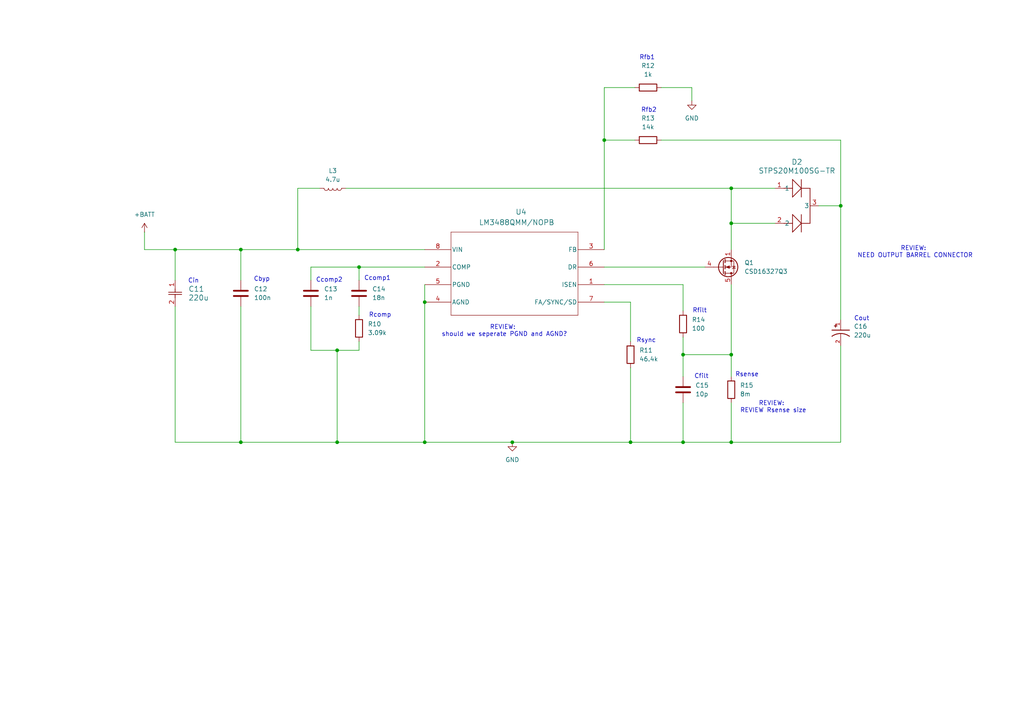
<source format=kicad_sch>
(kicad_sch (version 20231120) (generator "eeschema") (generator_version "8.0")
  (paper "A4")
  (lib_symbols
    (symbol "35SVPF82M:35SVPF82M" (pin_names (offset 1.016))
      (property "Reference" "C" (at -2.54 3.81 0))
      (property "Value" "35SVPF82M" (at -2.54 -5.08 0))
      (symbol "35SVPF82M_0_0"
        (rectangle (start -1.173 -1.532) (end -0.284 -1.405) (stroke (width 0.1)) (fill (type outline)))
        (rectangle (start -0.792 -1.913) (end -0.665 -1.024) (stroke (width 0.1)) (fill (type outline)))
        (polyline (pts (xy 0 0) (xy 0.508 0)) (stroke (width 0.1524)))
        (polyline (pts (xy 0.508 0) (xy 0.508 -2.54)) (stroke (width 0.254)))
        (polyline (pts (xy 0.508 2.54) (xy 0.508 0)) (stroke (width 0.254)))
        (polyline (pts (xy 2.54 0) (xy 1.524 0)) (stroke (width 0.1524)))
        (arc (start 2.286 2.54) (mid 1.4851 0) (end 2.286 -2.54) (stroke (width 0.254)))
        (pin passive line (at -2.54 0 0) (length 2.54) (name "~") (number "1"))
        (pin passive line (at 5.08 0 180) (length 2.54) (name "~") (number "2"))
      )
    )
    (symbol "Device:C" (pin_numbers hide) (pin_names (offset 0.254))
      (property "Reference" "C" (at 0.635 2.54 0))
      (property "Value" "C" (at 0.635 -2.54 0))
      (symbol "C_0_1"
        (polyline (pts (xy -2.032 -0.762) (xy 2.032 -0.762)) (stroke (width 0.508)))
        (polyline (pts (xy -2.032 0.762) (xy 2.032 0.762)) (stroke (width 0.508)))
      )
      (symbol "C_1_1"
        (pin passive line (at 0 3.81 270) (length 2.794) (name "~") (number "1"))
        (pin passive line (at 0 -3.81 90) (length 2.794) (name "~") (number "2"))
      )
    )
    (symbol "Device:L" (pin_numbers hide) (pin_names (offset 1.016) hide)
      (property "Reference" "L" (at -1.27 0 90))
      (property "Value" "L" (at 1.905 0 90))
      (symbol "L_0_1"
        (arc (start 0 -2.54) (mid 0.6323 -1.905) (end 0 -1.27))
        (arc (start 0 -1.27) (mid 0.6323 -0.635) (end 0 0))
        (arc (start 0 0) (mid 0.6323 0.635) (end 0 1.27))
        (arc (start 0 1.27) (mid 0.6323 1.905) (end 0 2.54))
      )
      (symbol "L_1_1"
        (pin passive line (at 0 3.81 270) (length 1.27) (name "1") (number "1"))
        (pin passive line (at 0 -3.81 90) (length 1.27) (name "2") (number "2"))
      )
    )
    (symbol "Device:R" (pin_numbers hide) (pin_names (offset 0))
      (property "Reference" "R" (at 2.032 0 90))
      (property "Value" "R" (at 0 0 90))
      (symbol "R_0_1"
        (rectangle (start -1.016 -2.54) (end 1.016 2.54) (stroke (width 0.254)))
      )
      (symbol "R_1_1"
        (pin passive line (at 0 3.81 270) (length 1.27) (name "~") (number "1"))
        (pin passive line (at 0 -3.81 90) (length 1.27) (name "~") (number "2"))
      )
    )
    (symbol "LM388MMNOPB:LM3488QMM_NOPB" (pin_names (offset 0.254))
      (property "Reference" "U1" (at 59.436 14.478 0))
      (property "Value" "LM3488QMM/NOPB" (at 58.42 11.684 0))
      (symbol "LM3488QMM_NOPB_0_1"
        (polyline (pts (xy 39.37 -15.24) (xy 76.2 -15.24)) (stroke (width 0.127)))
        (polyline (pts (xy 39.37 8.89) (xy 39.37 -15.24)) (stroke (width 0.127)))
        (polyline (pts (xy 76.2 -15.24) (xy 76.2 8.89)) (stroke (width 0.127)))
        (polyline (pts (xy 76.2 8.89) (xy 39.37 8.89)) (stroke (width 0.127)))
        (pin input line (at 83.82 -6.35 180) (length 7.62) (name "ISEN") (number "1"))
        (pin unspecified line (at 31.75 -1.27 0) (length 7.62) (name "COMP") (number "2"))
        (pin unspecified line (at 83.82 3.81 180) (length 7.62) (name "FB") (number "3"))
        (pin power_in line (at 31.75 -11.43 0) (length 7.62) (name "AGND") (number "4"))
        (pin power_in line (at 31.75 -6.35 0) (length 7.62) (name "PGND") (number "5"))
        (pin unspecified line (at 83.82 -1.27 180) (length 7.62) (name "DR") (number "6"))
        (pin unspecified line (at 83.82 -11.43 180) (length 7.62) (name "FA/SYNC/SD") (number "7"))
        (pin input line (at 31.75 3.81 0) (length 7.62) (name "VIN") (number "8"))
      )
    )
    (symbol "STPS20M100SG_TR:STPS20M100SG-TR" (pin_names (offset 0.254))
      (property "Reference" "U" (at 5.715 -15.24 0))
      (property "Value" "STPS20M100SG-TR" (at 5.715 -19.05 0))
      (symbol "STPS20M100SG-TR_0_1"
        (polyline (pts (xy 2.54 -10.16) (xy 5.08 -10.16)) (stroke (width 0.2032)))
        (polyline (pts (xy 2.54 0) (xy 5.08 0)) (stroke (width 0.2032)))
        (polyline (pts (xy 5.08 -12.7) (xy 5.08 -7.62)) (stroke (width 0.2032)))
        (polyline (pts (xy 5.08 -12.7) (xy 7.62 -10.16)) (stroke (width 0.2032)))
        (polyline (pts (xy 5.08 -7.62) (xy 7.62 -10.16)) (stroke (width 0.2032)))
        (polyline (pts (xy 5.08 -2.54) (xy 7.62 0)) (stroke (width 0.2032)))
        (polyline (pts (xy 5.08 2.54) (xy 5.08 -2.54)) (stroke (width 0.2032)))
        (polyline (pts (xy 5.08 2.54) (xy 7.62 0)) (stroke (width 0.2032)))
        (polyline (pts (xy 7.62 -12.7) (xy 7.62 -7.62)) (stroke (width 0.2032)))
        (polyline (pts (xy 7.62 2.54) (xy 7.62 -2.54)) (stroke (width 0.2032)))
        (polyline (pts (xy 10.16 -10.16) (xy 7.62 -10.16)) (stroke (width 0.2032)))
        (polyline (pts (xy 10.16 0) (xy 7.62 0)) (stroke (width 0.2032)))
        (polyline (pts (xy 10.16 0) (xy 10.16 -10.16)) (stroke (width 0.2032)))
        (pin unspecified line (at 0 0 0) (length 2.54) (name "1") (number "1"))
        (pin unspecified line (at 0 -10.16 0) (length 2.54) (name "2") (number "2"))
        (pin unspecified line (at 12.7 -5.08 180) (length 2.54) (name "3") (number "3"))
      )
    )
    (symbol "Transistor_FET:CSD16327Q3" (pin_names hide)
      (property "Reference" "Q" (at 5.08 1.905 0))
      (property "Value" "CSD16327Q3" (at 5.08 0 0))
      (symbol "CSD16327Q3_0_1"
        (polyline (pts (xy 0.254 0) (xy -2.54 0)))
        (polyline (pts (xy 0.254 1.905) (xy 0.254 -1.905)) (stroke (width 0.254)))
        (polyline (pts (xy 0.762 -1.27) (xy 0.762 -2.286)) (stroke (width 0.254)))
        (polyline (pts (xy 0.762 0.508) (xy 0.762 -0.508)) (stroke (width 0.254)))
        (polyline (pts (xy 0.762 2.286) (xy 0.762 1.27)) (stroke (width 0.254)))
        (polyline (pts (xy 2.54 2.54) (xy 2.54 1.778)))
        (polyline (pts (xy 2.54 -2.54) (xy 2.54 0) (xy 0.762 0)))
        (polyline (pts (xy 0.762 -1.778) (xy 3.302 -1.778) (xy 3.302 1.778) (xy 0.762 1.778)))
        (polyline (pts (xy 1.016 0) (xy 2.032 0.381) (xy 2.032 -0.381) (xy 1.016 0)) (fill (type outline)))
        (polyline (pts (xy 2.794 0.508) (xy 2.921 0.381) (xy 3.683 0.381) (xy 3.81 0.254)))
        (polyline (pts (xy 3.302 0.381) (xy 2.921 -0.254) (xy 3.683 -0.254) (xy 3.302 0.381)))
        (circle (center 1.651 0) (radius 2.794) (stroke (width 0.254)))
        (circle (center 2.54 -1.778) (radius 0.254) (fill (type outline)))
        (circle (center 2.54 1.778) (radius 0.254) (fill (type outline)))
      )
      (symbol "CSD16327Q3_1_1"
        (pin passive line (at 2.54 -5.08 90) (length 2.54) (name "S") (number "1"))
        (pin passive line (at 2.54 -5.08 90) (length 2.54) hide (name "S") (number "2"))
        (pin passive line (at 2.54 -5.08 90) (length 2.54) hide (name "S") (number "3"))
        (pin passive line (at -5.08 0 0) (length 2.54) (name "G") (number "4"))
        (pin passive line (at 2.54 5.08 270) (length 2.54) (name "D") (number "5"))
      )
    )
    (symbol "UUD1H221MNL1GS:UUD1H221MNL1GS" (pin_names (offset 0.254))
      (property "Reference" "C" (at 3.81 3.81 0))
      (property "Value" "UUD1H221MNL1GS" (at 3.81 -3.81 0))
      (symbol "UUD1H221MNL1GS_1_1"
        (polyline (pts (xy 2.54 0) (xy 3.4798 0)) (stroke (width 0.2032)))
        (polyline (pts (xy 3.4798 -1.905) (xy 3.4798 1.905)) (stroke (width 0.2032)))
        (polyline (pts (xy 4.1148 -1.905) (xy 4.1148 1.905)) (stroke (width 0.2032)))
        (polyline (pts (xy 4.1148 0) (xy 5.08 0)) (stroke (width 0.2032)))
        (pin unspecified line (at 0 0 0) (length 2.54) (name "") (number "1"))
        (pin unspecified line (at 7.62 0 180) (length 2.54) (name "") (number "2"))
      )
      (symbol "UUD1H221MNL1GS_1_2"
        (polyline (pts (xy -1.905 -4.1148) (xy 1.905 -4.1148)) (stroke (width 0.2032)))
        (polyline (pts (xy -1.905 -3.4798) (xy 1.905 -3.4798)) (stroke (width 0.2032)))
        (polyline (pts (xy 0 -4.1148) (xy 0 -5.08)) (stroke (width 0.2032)))
        (polyline (pts (xy 0 -2.54) (xy 0 -3.4798)) (stroke (width 0.2032)))
        (pin unspecified line (at 0 0 270) (length 2.54) (name "") (number "1"))
        (pin unspecified line (at 0 -7.62 90) (length 2.54) (name "") (number "2"))
      )
    )
    (symbol "power:+24V" (power) (pin_numbers hide) (pin_names (offset 0) hide)
      (property "Value" "+24V" (at 0 3.556 0))
      (symbol "+24V_0_1"
        (polyline (pts (xy -0.762 1.27) (xy 0 2.54)))
        (polyline (pts (xy 0 0) (xy 0 2.54)))
        (polyline (pts (xy 0 2.54) (xy 0.762 1.27)))
      )
      (symbol "+24V_1_1"
        (pin power_in line (at 0 0 90) (length 0) (name "~") (number "1"))
      )
    )
    (symbol "power:GND" (power) (pin_numbers hide) (pin_names (offset 0) hide)
      (property "Value" "GND" (at 0 -3.81 0))
      (symbol "GND_0_1"
        (polyline (pts (xy 0 0) (xy 0 -1.27) (xy 1.27 -1.27) (xy 0 -2.54) (xy -1.27 -1.27) (xy 0 -1.27)))
      )
      (symbol "GND_1_1"
        (pin power_in line (at 0 0 270) (length 0) (name "~") (number "1"))
      )
    )
  )
  (junction (at 97.79 128.27))
  (junction (at 123.19 87.63))
  (junction (at 212.09 64.77))
  (junction (at 104.14 77.47))
  (junction (at 86.36 72.39))
  (junction (at 175.26 40.64))
  (junction (at 69.85 72.39))
  (junction (at 212.09 54.61))
  (junction (at 198.12 102.87))
  (junction (at 69.85 128.27))
  (junction (at 50.8 72.39))
  (junction (at 123.19 128.27))
  (junction (at 97.79 101.6))
  (junction (at 212.09 102.87))
  (junction (at 212.09 128.27))
  (junction (at 148.59 128.27))
  (junction (at 243.84 59.69))
  (junction (at 182.88 128.27))
  (junction (at 198.12 128.27))
  (wire (pts (xy 90.17 101.6) (xy 97.79 101.6)))
  (wire (pts (xy 90.17 88.9) (xy 90.17 101.6)))
  (wire (pts (xy 182.88 87.63) (xy 182.88 99.06)))
  (wire (pts (xy 97.79 128.27) (xy 123.19 128.27)))
  (wire (pts (xy 104.14 77.47) (xy 123.19 77.47)))
  (wire (pts (xy 243.84 128.27) (xy 243.84 100.33)))
  (wire (pts (xy 191.77 40.64) (xy 243.84 40.64)))
  (wire (pts (xy 198.12 128.27) (xy 212.09 128.27)))
  (wire (pts (xy 175.26 77.47) (xy 204.47 77.47)))
  (wire (pts (xy 212.09 128.27) (xy 243.84 128.27)))
  (wire (pts (xy 191.77 25.4) (xy 200.66 25.4)))
  (wire (pts (xy 92.71 54.61) (xy 86.36 54.61)))
  (wire (pts (xy 182.88 106.68) (xy 182.88 128.27)))
  (wire (pts (xy 50.8 81.28) (xy 50.8 72.39)))
  (wire (pts (xy 237.49 59.69) (xy 243.84 59.69)))
  (wire (pts (xy 97.79 101.6) (xy 104.14 101.6)))
  (wire (pts (xy 123.19 72.39) (xy 86.36 72.39)))
  (wire (pts (xy 97.79 101.6) (xy 97.79 128.27)))
  (wire (pts (xy 100.33 54.61) (xy 212.09 54.61)))
  (wire (pts (xy 41.91 72.39) (xy 50.8 72.39)))
  (wire (pts (xy 86.36 72.39) (xy 69.85 72.39)))
  (wire (pts (xy 69.85 128.27) (xy 97.79 128.27)))
  (wire (pts (xy 123.19 87.63) (xy 123.19 128.27)))
  (wire (pts (xy 243.84 59.69) (xy 243.84 92.71)))
  (wire (pts (xy 86.36 54.61) (xy 86.36 72.39)))
  (wire (pts (xy 212.09 82.55) (xy 212.09 102.87)))
  (wire (pts (xy 123.19 82.55) (xy 123.19 87.63)))
  (wire (pts (xy 104.14 81.28) (xy 104.14 77.47)))
  (wire (pts (xy 175.26 82.55) (xy 198.12 82.55)))
  (wire (pts (xy 212.09 64.77) (xy 224.79 64.77)))
  (wire (pts (xy 212.09 54.61) (xy 212.09 64.77)))
  (wire (pts (xy 104.14 88.9) (xy 104.14 91.44)))
  (wire (pts (xy 69.85 72.39) (xy 69.85 81.28)))
  (wire (pts (xy 198.12 102.87) (xy 198.12 109.22)))
  (wire (pts (xy 175.26 40.64) (xy 184.15 40.64)))
  (wire (pts (xy 200.66 25.4) (xy 200.66 29.21)))
  (wire (pts (xy 69.85 88.9) (xy 69.85 128.27)))
  (wire (pts (xy 198.12 102.87) (xy 212.09 102.87)))
  (wire (pts (xy 50.8 128.27) (xy 69.85 128.27)))
  (wire (pts (xy 90.17 77.47) (xy 90.17 81.28)))
  (wire (pts (xy 224.79 54.61) (xy 212.09 54.61)))
  (wire (pts (xy 104.14 101.6) (xy 104.14 99.06)))
  (wire (pts (xy 41.91 67.31) (xy 41.91 72.39)))
  (wire (pts (xy 198.12 82.55) (xy 198.12 90.17)))
  (wire (pts (xy 198.12 128.27) (xy 198.12 116.84)))
  (wire (pts (xy 50.8 72.39) (xy 69.85 72.39)))
  (wire (pts (xy 198.12 97.79) (xy 198.12 102.87)))
  (wire (pts (xy 148.59 128.27) (xy 182.88 128.27)))
  (wire (pts (xy 90.17 77.47) (xy 104.14 77.47)))
  (wire (pts (xy 184.15 25.4) (xy 175.26 25.4)))
  (wire (pts (xy 212.09 64.77) (xy 212.09 72.39)))
  (wire (pts (xy 123.19 128.27) (xy 148.59 128.27)))
  (wire (pts (xy 175.26 25.4) (xy 175.26 40.64)))
  (wire (pts (xy 50.8 88.9) (xy 50.8 128.27)))
  (wire (pts (xy 175.26 72.39) (xy 175.26 40.64)))
  (wire (pts (xy 212.09 102.87) (xy 212.09 109.22)))
  (wire (pts (xy 243.84 40.64) (xy 243.84 59.69)))
  (wire (pts (xy 175.26 87.63) (xy 182.88 87.63)))
  (wire (pts (xy 182.88 128.27) (xy 198.12 128.27)))
  (wire (pts (xy 212.09 128.27) (xy 212.09 116.84)))
  (text "REVIEW: \nNEED OUTPUT BARREL CONNECTOR" (at 265.43 73.152 0) (effects (font (size 1.27 1.27))))
  (text "REVIEW: \nshould we seperate PGND and AGND?" (at 146.304 96.012 0) (effects (font (size 1.27 1.27))))
  (text "Cfilt" (at 203.454 109.22 0) (effects (font (size 1.27 1.27))))
  (text "Rsense" (at 216.662 108.712 0) (effects (font (size 1.27 1.27))))
  (text "Ccomp2" (at 95.504 81.28 0) (effects (font (size 1.27 1.27))))
  (text "REVIEW: \nREVIEW Rsense size" (at 224.282 118.11 0) (effects (font (size 1.27 1.27))))
  (text "Ccomp1" (at 109.474 80.772 0) (effects (font (size 1.27 1.27))))
  (text "Rcomp" (at 110.236 91.44 0) (effects (font (size 1.27 1.27))))
  (text "Cin" (at 56.134 81.534 0) (effects (font (size 1.27 1.27))))
  (text "Rfb1" (at 187.706 16.764 0) (effects (font (size 1.27 1.27))))
  (text "Rfilt" (at 202.946 90.17 0) (effects (font (size 1.27 1.27))))
  (text "Rfb2" (at 188.214 32.004 0) (effects (font (size 1.27 1.27))))
  (text "Cout" (at 249.936 92.456 0) (effects (font (size 1.27 1.27))))
  (text "Cbyp" (at 75.946 81.026 0) (effects (font (size 1.27 1.27))))
  (text "Rsync" (at 187.452 98.806 0) (effects (font (size 1.27 1.27))))
  (symbol (lib_id "Device:R") (at 198.12 93.98 0) (unit 1)
    (property "Reference" "R14" (at 200.66 92.7099 0) (effects (justify left)))
    (property "Value" "100" (at 200.66 95.2499 0) (effects (justify left)))
    (property "Footprint" "Resistor_SMD:R_0402_1005Metric" (effects (hide yes)))
    (property "Description" "Resistor" (effects (hide yes)))
  )
  (symbol (lib_id "Device:C") (at 69.85 85.09 0) (unit 1)
    (property "Reference" "C12" (at 73.66 83.8199 0) (effects (justify left)))
    (property "Value" "100n" (at 73.66 86.3599 0) (effects (justify left)))
    (property "Footprint" "Capacitor_SMD:C_0805_2012Metric" (effects (hide yes)))
    (property "Description" "Unpolarized capacitor" (effects (hide yes)))
  )
  (symbol (lib_id "Device:R") (at 212.09 113.03 0) (unit 1)
    (property "Reference" "R15" (at 214.63 111.7599 0) (effects (justify left)))
    (property "Value" "8m" (at 214.63 114.2999 0) (effects (justify left)))
    (property "Footprint" "Resistor_SMD:R_0603_1608Metric" (effects (hide yes)))
    (property "Description" "Resistor" (effects (hide yes)))
  )
  (symbol (lib_id "Device:C") (at 198.12 113.03 0) (unit 1)
    (property "Reference" "C15" (at 201.676 111.76 0) (effects (justify left)))
    (property "Value" "10p" (at 201.676 114.3 0) (effects (justify left)))
    (property "Footprint" "Capacitor_SMD:C_0805_2012Metric" (effects (hide yes)))
    (property "Description" "Unpolarized capacitor" (effects (hide yes)))
  )
  (symbol (lib_id "power:GND") (at 148.59 128.27 0) (unit 1)
    (property "Reference" "#PWR012" (effects (hide yes)))
    (property "Value" "GND" (at 148.59 133.35 0))
    (property "Description" "Power symbol creates a global label with name \"GND\" , ground" (effects (hide yes)))
  )
  (symbol (lib_id "Device:R") (at 104.14 95.25 0) (unit 1)
    (property "Reference" "R10" (at 106.68 93.9799 0) (effects (justify left)))
    (property "Value" "3.09k" (at 106.68 96.5199 0) (effects (justify left)))
    (property "Footprint" "Resistor_SMD:R_0402_1005Metric" (effects (hide yes)))
    (property "Description" "Resistor" (effects (hide yes)))
  )
  (symbol (lib_id "35SVPF82M:35SVPF82M") (at 243.84 95.25 270) (unit 1)
    (property "Reference" "C16" (at 247.65 94.6765 90) (effects (justify left)))
    (property "Value" "220u" (at 247.65 97.2165 90) (effects (justify left)))
    (property "Footprint" "Jetson_lib:CAP_35SVPF82M" (effects (hide yes)))
    (property "Description" "35SVPF82M" (effects (hide yes)))
    (property "PARTREV" "28-Jun-19" (effects (hide yes)))
    (property "MANUFACTURER" "Panasonic" (effects (hide yes)))
    (property "MAXIMUM_PACKAGE_HEIGHT" "11.9mm" (effects (hide yes)))
    (property "STANDARD" "Manufacturer Recommendations" (effects (hide yes)))
  )
  (symbol (lib_id "power:GND") (at 200.66 29.21 0) (unit 1)
    (property "Reference" "#PWR013" (effects (hide yes)))
    (property "Value" "GND" (at 200.66 34.29 0))
    (property "Description" "Power symbol creates a global label with name \"GND\" , ground" (effects (hide yes)))
  )
  (symbol (lib_id "LM388MMNOPB:LM3488QMM_NOPB") (at 91.44 76.2 0) (unit 1)
    (property "Reference" "U4" (at 151.13 61.468 0) (effects (font (size 1.524 1.524))))
    (property "Value" "LM3488QMM/NOPB" (at 149.86 64.516 0) (effects (font (size 1.524 1.524))))
    (property "Footprint" "Jetson_lib:DGK8" (effects (hide yes)))
    (property "Datasheet" "LM3488QMM/NOPB" (effects (hide yes)))
  )
  (symbol (lib_id "Device:C") (at 90.17 85.09 0) (unit 1)
    (property "Reference" "C13" (at 93.98 83.8199 0) (effects (justify left)))
    (property "Value" "1n" (at 93.98 86.3599 0) (effects (justify left)))
    (property "Footprint" "Capacitor_SMD:C_0805_2012Metric" (effects (hide yes)))
    (property "Description" "Unpolarized capacitor" (effects (hide yes)))
  )
  (symbol (lib_id "Device:R") (at 187.96 25.4 270) (unit 1)
    (property "Reference" "R12" (at 187.96 19.05 90))
    (property "Value" "1k" (at 187.96 21.59 90))
    (property "Footprint" "Resistor_SMD:R_0402_1005Metric" (effects (hide yes)))
    (property "Description" "Resistor" (effects (hide yes)))
  )
  (symbol (lib_id "power:+24V") (at 41.91 67.31 0) (unit 1)
    (property "Reference" "#PWR011" (effects (hide yes)))
    (property "Value" "+BATT" (at 41.91 62.23 0))
    (property "Description" "Power symbol creates a global label with name \"+24V\"" (effects (hide yes)))
  )
  (symbol (lib_id "Device:R") (at 187.96 40.64 270) (unit 1)
    (property "Reference" "R13" (at 187.96 34.29 90))
    (property "Value" "14k" (at 187.96 36.83 90))
    (property "Footprint" "Resistor_SMD:R_0402_1005Metric" (effects (hide yes)))
    (property "Description" "Resistor" (effects (hide yes)))
  )
  (symbol (lib_id "Transistor_FET:CSD16327Q3") (at 209.55 77.47 0) (mirror x) (unit 1)
    (property "Reference" "Q1" (at 215.9 76.1999 0) (effects (justify left)))
    (property "Value" "CSD16327Q3" (at 215.9 78.7399 0) (effects (justify left)))
    (property "Footprint" "Package_SON:VSON-8_3.3x3.3mm_P0.65mm_NexFET" (effects (hide yes)))
    (property "Datasheet" "https://www.ti.com/lit/ds/symlink/csd16327q3.pdf" (effects (hide yes)))
    (property "Description" "60A Id, 25V Vds, NexFET N-Channel Power MOSFET, 3.4mOhm Ron, Qg Typ 6.2nC, VSON-8 3.3x3.3mm" (effects (hide yes)))
  )
  (symbol (lib_id "Device:C") (at 104.14 85.09 0) (unit 1)
    (property "Reference" "C14" (at 107.95 83.8199 0) (effects (justify left)))
    (property "Value" "18n" (at 107.95 86.3599 0) (effects (justify left)))
    (property "Footprint" "Capacitor_SMD:C_0402_1005Metric" (effects (hide yes)))
    (property "Description" "Unpolarized capacitor" (effects (hide yes)))
  )
  (symbol (lib_id "UUD1H221MNL1GS:UUD1H221MNL1GS") (at 50.8 81.28 270) (unit 1)
    (property "Reference" "C11" (at 54.61 83.8199 90) (effects (font (size 1.524 1.524)) (justify left)))
    (property "Value" "220u" (at 54.61 86.3599 90) (effects (font (size 1.524 1.524)) (justify left)))
    (property "Footprint" "Jetson_lib:U2-P_NCH" (effects (hide yes)))
    (property "Datasheet" "UUD1H221MNL1GS" (effects (hide yes)))
    (property "Description" "UUD1H221MNL1GS" (effects (hide yes)))
  )
  (symbol (lib_id "STPS20M100SG_TR:STPS20M100SG-TR") (at 224.79 54.61 0) (unit 1)
    (property "Reference" "D2" (at 231.14 46.99 0) (effects (font (size 1.524 1.524))))
    (property "Value" "STPS20M100SG-TR" (at 231.14 49.53 0) (effects (font (size 1.524 1.524))))
    (property "Footprint" "Jetson_lib:D2PAK_STM" (effects (hide yes)))
    (property "Datasheet" "STPS20M100SG-TR" (effects (hide yes)))
  )
  (symbol (lib_id "Device:L") (at 96.52 54.61 270) (unit 1)
    (property "Reference" "L3" (at 96.52 49.53 90))
    (property "Value" "4.7u" (at 96.52 52.07 90))
    (property "Footprint" "Jetson_lib:PA2240" (effects (hide yes)))
    (property "Description" "PA2243.472NLT 4.7 µH Unshielded Molded Inductor 14 A 10.72mOhm Max Nonstandard" (effects (hide yes)))
  )
  (symbol (lib_id "Device:R") (at 182.88 102.87 0) (unit 1)
    (property "Reference" "R11" (at 185.42 101.5999 0) (effects (justify left)))
    (property "Value" "46.4k" (at 185.42 104.1399 0) (effects (justify left)))
    (property "Footprint" "Resistor_SMD:R_0402_1005Metric" (effects (hide yes)))
    (property "Description" "Resistor" (effects (hide yes)))
  )
)
</source>
